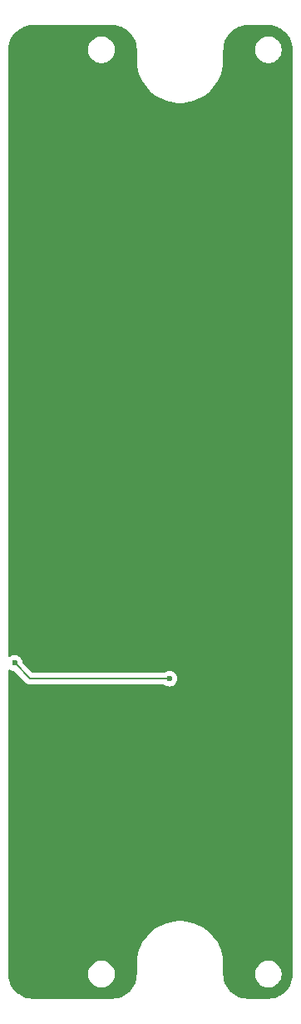
<source format=gbr>
%TF.GenerationSoftware,KiCad,Pcbnew,8.0.3-8.0.3-0~ubuntu22.04.1*%
%TF.CreationDate,2024-09-23T16:20:46+03:00*%
%TF.ProjectId,PM-LED16,504d2d4c-4544-4313-962e-6b696361645f,rev?*%
%TF.SameCoordinates,Original*%
%TF.FileFunction,Copper,L2,Bot*%
%TF.FilePolarity,Positive*%
%FSLAX46Y46*%
G04 Gerber Fmt 4.6, Leading zero omitted, Abs format (unit mm)*
G04 Created by KiCad (PCBNEW 8.0.3-8.0.3-0~ubuntu22.04.1) date 2024-09-23 16:20:46*
%MOMM*%
%LPD*%
G01*
G04 APERTURE LIST*
%TA.AperFunction,ViaPad*%
%ADD10C,0.600000*%
%TD*%
%TA.AperFunction,Conductor*%
%ADD11C,0.200000*%
%TD*%
G04 APERTURE END LIST*
D10*
%TO.N,Net-(D13-Pad1)*%
X1920800Y-16960400D03*
X-13840600Y-15375300D03*
%TO.N,GND*%
X-13698000Y40942700D03*
X6985000Y-1957800D03*
X8255000Y1106900D03*
X3175000Y-11260000D03*
X-13698000Y-4825500D03*
X-13927200Y1965900D03*
X-12462800Y-24314600D03*
X-13698000Y-35281600D03*
X-13850300Y10440100D03*
X-13850300Y15520100D03*
X-13698000Y5374400D03*
X-13927200Y32445900D03*
X-13927200Y-13274100D03*
X-13899900Y20621400D03*
X7500000Y5697500D03*
X5715000Y-1970900D03*
X-13474200Y35859100D03*
X-13832200Y25686500D03*
X-13474300Y-20022100D03*
X-13698000Y-9863400D03*
X-13698000Y-30195600D03*
%TD*%
D11*
%TO.N,Net-(D13-Pad1)*%
X-12255500Y-16960400D02*
X-13840600Y-15375300D01*
X1920800Y-16960400D02*
X-12255500Y-16960400D01*
%TD*%
%TA.AperFunction,Conductor*%
%TO.N,GND*%
G36*
X-3896264Y49499274D02*
G01*
X-3606204Y49481729D01*
X-3591341Y49479924D01*
X-3309202Y49428220D01*
X-3294665Y49424637D01*
X-3020828Y49339305D01*
X-3006837Y49334000D01*
X-2745257Y49216273D01*
X-2732011Y49209320D01*
X-2486535Y49060925D01*
X-2474224Y49052427D01*
X-2248427Y48875527D01*
X-2237219Y48865597D01*
X-2034404Y48662782D01*
X-2024474Y48651574D01*
X-1906078Y48500452D01*
X-1847578Y48425783D01*
X-1839074Y48413463D01*
X-1780909Y48317247D01*
X-1690684Y48167996D01*
X-1683725Y48154737D01*
X-1566003Y47893169D01*
X-1560694Y47879168D01*
X-1475365Y47605337D01*
X-1471781Y47590799D01*
X-1420077Y47308660D01*
X-1418272Y47293795D01*
X-1400726Y47003737D01*
X-1400500Y46996250D01*
X-1400500Y46015914D01*
X-1401218Y46004912D01*
X-1400510Y45948279D01*
X-1400500Y45946730D01*
X-1400500Y45895734D01*
X-1399695Y45884537D01*
X-1397885Y45743182D01*
X-1355912Y45341682D01*
X-1355911Y45341681D01*
X-1277365Y44945724D01*
X-1162903Y44558618D01*
X-1013485Y44183606D01*
X-830375Y43823862D01*
X-830371Y43823854D01*
X-615102Y43482385D01*
X-615087Y43482364D01*
X-369471Y43162039D01*
X-95550Y42865528D01*
X-95547Y42865526D01*
X-95543Y42865521D01*
X18986Y42762341D01*
X204371Y42595326D01*
X459473Y42404735D01*
X527759Y42353718D01*
X871905Y42142727D01*
X1233919Y41964123D01*
X1233922Y41964122D01*
X1610757Y41819408D01*
X1610759Y41819408D01*
X1610763Y41819406D01*
X1999271Y41709792D01*
X2396182Y41636200D01*
X2396190Y41636200D01*
X2396192Y41636199D01*
X2798154Y41599249D01*
X2798162Y41599249D01*
X3201846Y41599249D01*
X3603807Y41636199D01*
X3603806Y41636199D01*
X3603818Y41636200D01*
X4000729Y41709792D01*
X4389237Y41819406D01*
X4766081Y41964123D01*
X5128095Y42142727D01*
X5472241Y42353718D01*
X5795629Y42595326D01*
X6095543Y42865521D01*
X6369466Y43162034D01*
X6615096Y43482377D01*
X6830373Y43823859D01*
X7013488Y44183613D01*
X7162903Y44558618D01*
X7277365Y44945726D01*
X7355912Y45341685D01*
X7397884Y45743173D01*
X7399693Y45884528D01*
X7400500Y45895729D01*
X7400500Y45946730D01*
X7400510Y45948279D01*
X7401217Y46004912D01*
X7400500Y46015914D01*
X7400500Y46996250D01*
X7400726Y47003737D01*
X7406929Y47106287D01*
X10649500Y47106287D01*
X10649500Y46893714D01*
X10682753Y46683761D01*
X10748444Y46481586D01*
X10844951Y46292180D01*
X10969890Y46120214D01*
X11120213Y45969891D01*
X11292179Y45844952D01*
X11292181Y45844951D01*
X11292184Y45844949D01*
X11481588Y45748443D01*
X11683757Y45682754D01*
X11893713Y45649500D01*
X11893714Y45649500D01*
X12106286Y45649500D01*
X12106287Y45649500D01*
X12316243Y45682754D01*
X12518412Y45748443D01*
X12707816Y45844949D01*
X12729789Y45860914D01*
X12879786Y45969891D01*
X12879788Y45969894D01*
X12879792Y45969896D01*
X13030104Y46120208D01*
X13030106Y46120212D01*
X13030109Y46120214D01*
X13155048Y46292180D01*
X13155047Y46292180D01*
X13155051Y46292184D01*
X13251557Y46481588D01*
X13317246Y46683757D01*
X13350500Y46893713D01*
X13350500Y47106287D01*
X13317246Y47316243D01*
X13251557Y47518412D01*
X13155051Y47707816D01*
X13155049Y47707819D01*
X13155048Y47707821D01*
X13030109Y47879787D01*
X12879786Y48030110D01*
X12707820Y48155049D01*
X12518414Y48251556D01*
X12518413Y48251557D01*
X12518412Y48251557D01*
X12316243Y48317246D01*
X12316241Y48317247D01*
X12316240Y48317247D01*
X12154957Y48342792D01*
X12106287Y48350500D01*
X11893713Y48350500D01*
X11845042Y48342792D01*
X11683760Y48317247D01*
X11481585Y48251556D01*
X11292179Y48155049D01*
X11120213Y48030110D01*
X10969890Y47879787D01*
X10844951Y47707821D01*
X10748444Y47518415D01*
X10682753Y47316240D01*
X10649500Y47106287D01*
X7406929Y47106287D01*
X7418271Y47293795D01*
X7420076Y47308660D01*
X7458260Y47517020D01*
X7471780Y47590803D01*
X7475364Y47605337D01*
X7507298Y47707816D01*
X7560696Y47879178D01*
X7565998Y47893159D01*
X7683731Y48154751D01*
X7690676Y48167984D01*
X7839080Y48413474D01*
X7847567Y48425770D01*
X8024480Y48651583D01*
X8034395Y48662774D01*
X8237226Y48865605D01*
X8248417Y48875520D01*
X8474230Y49052433D01*
X8486526Y49060920D01*
X8732016Y49209324D01*
X8745249Y49216269D01*
X9006841Y49334002D01*
X9020822Y49339304D01*
X9294668Y49424638D01*
X9309197Y49428220D01*
X9591344Y49479925D01*
X9606201Y49481729D01*
X9896264Y49499274D01*
X9903751Y49499500D01*
X9957583Y49499500D01*
X11942417Y49499500D01*
X11996249Y49499500D01*
X12003736Y49499274D01*
X12293796Y49481729D01*
X12308659Y49479924D01*
X12590798Y49428220D01*
X12605335Y49424637D01*
X12879172Y49339305D01*
X12893163Y49334000D01*
X13154743Y49216273D01*
X13167989Y49209320D01*
X13413465Y49060925D01*
X13425776Y49052427D01*
X13651573Y48875527D01*
X13662781Y48865597D01*
X13865596Y48662782D01*
X13875526Y48651574D01*
X13993922Y48500452D01*
X14052422Y48425783D01*
X14060926Y48413463D01*
X14119091Y48317247D01*
X14209316Y48167996D01*
X14216275Y48154737D01*
X14333997Y47893169D01*
X14339306Y47879168D01*
X14424635Y47605337D01*
X14428219Y47590799D01*
X14479923Y47308660D01*
X14481728Y47293795D01*
X14499274Y47003737D01*
X14499500Y46996250D01*
X14499500Y-46996249D01*
X14499274Y-47003736D01*
X14481728Y-47293794D01*
X14479923Y-47308659D01*
X14428219Y-47590798D01*
X14424635Y-47605336D01*
X14339306Y-47879167D01*
X14333997Y-47893168D01*
X14216275Y-48154736D01*
X14209316Y-48167995D01*
X14060928Y-48413459D01*
X14052422Y-48425782D01*
X13875526Y-48651573D01*
X13865596Y-48662781D01*
X13662781Y-48865596D01*
X13651573Y-48875526D01*
X13425782Y-49052422D01*
X13413459Y-49060928D01*
X13167995Y-49209316D01*
X13154736Y-49216275D01*
X12893168Y-49333997D01*
X12879167Y-49339306D01*
X12605336Y-49424635D01*
X12590798Y-49428219D01*
X12308659Y-49479923D01*
X12293794Y-49481728D01*
X12003736Y-49499274D01*
X11996249Y-49499500D01*
X9903751Y-49499500D01*
X9896264Y-49499274D01*
X9606205Y-49481728D01*
X9591340Y-49479923D01*
X9309201Y-49428219D01*
X9294663Y-49424635D01*
X9020832Y-49339306D01*
X9006831Y-49333997D01*
X8745263Y-49216275D01*
X8732004Y-49209316D01*
X8486540Y-49060928D01*
X8474217Y-49052422D01*
X8248426Y-48875526D01*
X8237218Y-48865596D01*
X8034403Y-48662781D01*
X8024473Y-48651573D01*
X7847573Y-48425776D01*
X7839075Y-48413465D01*
X7690680Y-48167989D01*
X7683727Y-48154743D01*
X7566000Y-47893163D01*
X7560693Y-47879167D01*
X7475364Y-47605336D01*
X7471780Y-47590798D01*
X7420076Y-47308659D01*
X7418271Y-47293794D01*
X7400726Y-47003736D01*
X7400500Y-46996249D01*
X7400500Y-46893713D01*
X10649500Y-46893713D01*
X10649500Y-47106286D01*
X10682753Y-47316239D01*
X10748444Y-47518414D01*
X10844951Y-47707820D01*
X10969890Y-47879786D01*
X11120213Y-48030109D01*
X11292179Y-48155048D01*
X11292181Y-48155049D01*
X11292184Y-48155051D01*
X11481588Y-48251557D01*
X11683757Y-48317246D01*
X11893713Y-48350500D01*
X11893714Y-48350500D01*
X12106286Y-48350500D01*
X12106287Y-48350500D01*
X12316243Y-48317246D01*
X12518412Y-48251557D01*
X12707816Y-48155051D01*
X12729789Y-48139086D01*
X12879786Y-48030109D01*
X12879788Y-48030106D01*
X12879792Y-48030104D01*
X13030104Y-47879792D01*
X13030106Y-47879788D01*
X13030109Y-47879786D01*
X13155048Y-47707820D01*
X13155047Y-47707820D01*
X13155051Y-47707816D01*
X13251557Y-47518412D01*
X13317246Y-47316243D01*
X13350500Y-47106287D01*
X13350500Y-46893713D01*
X13317246Y-46683757D01*
X13251557Y-46481588D01*
X13155051Y-46292184D01*
X13155049Y-46292181D01*
X13155048Y-46292179D01*
X13030109Y-46120213D01*
X12879786Y-45969890D01*
X12707820Y-45844951D01*
X12518414Y-45748444D01*
X12518413Y-45748443D01*
X12518412Y-45748443D01*
X12316243Y-45682754D01*
X12316241Y-45682753D01*
X12316240Y-45682753D01*
X12154957Y-45657208D01*
X12106287Y-45649500D01*
X11893713Y-45649500D01*
X11845042Y-45657208D01*
X11683760Y-45682753D01*
X11481585Y-45748444D01*
X11292179Y-45844951D01*
X11120213Y-45969890D01*
X10969890Y-46120213D01*
X10844951Y-46292179D01*
X10748444Y-46481585D01*
X10682753Y-46683760D01*
X10649500Y-46893713D01*
X7400500Y-46893713D01*
X7400500Y-46015913D01*
X7401217Y-46004913D01*
X7400510Y-45948277D01*
X7400500Y-45946728D01*
X7400500Y-45895726D01*
X7399693Y-45884527D01*
X7399186Y-45844951D01*
X7397884Y-45743173D01*
X7355912Y-45341685D01*
X7277365Y-44945726D01*
X7162903Y-44558618D01*
X7013488Y-44183613D01*
X6830373Y-43823859D01*
X6830370Y-43823853D01*
X6615101Y-43482384D01*
X6615086Y-43482363D01*
X6369470Y-43162038D01*
X6095549Y-42865527D01*
X6095546Y-42865524D01*
X6095543Y-42865521D01*
X5795629Y-42595326D01*
X5685828Y-42513292D01*
X5472243Y-42353719D01*
X5379498Y-42296858D01*
X5128095Y-42142727D01*
X4766081Y-41964123D01*
X4766077Y-41964121D01*
X4389242Y-41819407D01*
X4000732Y-41709792D01*
X3603820Y-41636200D01*
X3603807Y-41636198D01*
X3201846Y-41599249D01*
X3201838Y-41599249D01*
X2798162Y-41599249D01*
X2798154Y-41599249D01*
X2396192Y-41636198D01*
X2396179Y-41636200D01*
X1999269Y-41709792D01*
X1999266Y-41709792D01*
X1610757Y-41819407D01*
X1233922Y-41964121D01*
X871905Y-42142727D01*
X527756Y-42353719D01*
X204371Y-42595325D01*
X-95550Y-42865527D01*
X-369471Y-43162038D01*
X-615087Y-43482363D01*
X-615102Y-43482384D01*
X-830371Y-43823853D01*
X-830375Y-43823861D01*
X-1013485Y-44183605D01*
X-1162903Y-44558617D01*
X-1277365Y-44945723D01*
X-1355911Y-45341680D01*
X-1355912Y-45341681D01*
X-1397885Y-45743181D01*
X-1399695Y-45884539D01*
X-1400500Y-45895732D01*
X-1400500Y-45946728D01*
X-1400510Y-45948277D01*
X-1401218Y-46004913D01*
X-1400500Y-46015913D01*
X-1400500Y-46996249D01*
X-1400726Y-47003736D01*
X-1418272Y-47293794D01*
X-1420077Y-47308659D01*
X-1471781Y-47590798D01*
X-1475365Y-47605336D01*
X-1560694Y-47879167D01*
X-1566003Y-47893168D01*
X-1683725Y-48154736D01*
X-1690684Y-48167995D01*
X-1839072Y-48413459D01*
X-1847578Y-48425782D01*
X-2024474Y-48651573D01*
X-2034404Y-48662781D01*
X-2237219Y-48865596D01*
X-2248427Y-48875526D01*
X-2474218Y-49052422D01*
X-2486541Y-49060928D01*
X-2732005Y-49209316D01*
X-2745264Y-49216275D01*
X-3006832Y-49333997D01*
X-3020833Y-49339306D01*
X-3294664Y-49424635D01*
X-3309202Y-49428219D01*
X-3591341Y-49479923D01*
X-3606206Y-49481728D01*
X-3896264Y-49499274D01*
X-3903751Y-49499500D01*
X-11996249Y-49499500D01*
X-12003736Y-49499274D01*
X-12293795Y-49481728D01*
X-12308660Y-49479923D01*
X-12590799Y-49428219D01*
X-12605337Y-49424635D01*
X-12879168Y-49339306D01*
X-12893169Y-49333997D01*
X-13154737Y-49216275D01*
X-13167996Y-49209316D01*
X-13413460Y-49060928D01*
X-13425783Y-49052422D01*
X-13651574Y-48875526D01*
X-13662782Y-48865596D01*
X-13865597Y-48662781D01*
X-13875527Y-48651573D01*
X-14052427Y-48425776D01*
X-14060925Y-48413465D01*
X-14209320Y-48167989D01*
X-14216273Y-48154743D01*
X-14334000Y-47893163D01*
X-14339307Y-47879167D01*
X-14424636Y-47605336D01*
X-14428220Y-47590798D01*
X-14479924Y-47308659D01*
X-14481729Y-47293794D01*
X-14499274Y-47003736D01*
X-14499500Y-46996249D01*
X-14499500Y-46893713D01*
X-6350500Y-46893713D01*
X-6350500Y-47106286D01*
X-6317247Y-47316239D01*
X-6251556Y-47518414D01*
X-6155049Y-47707820D01*
X-6030110Y-47879786D01*
X-5879787Y-48030109D01*
X-5707821Y-48155048D01*
X-5707819Y-48155049D01*
X-5707816Y-48155051D01*
X-5518412Y-48251557D01*
X-5316243Y-48317246D01*
X-5106287Y-48350500D01*
X-5106286Y-48350500D01*
X-4893714Y-48350500D01*
X-4893713Y-48350500D01*
X-4683757Y-48317246D01*
X-4481588Y-48251557D01*
X-4292184Y-48155051D01*
X-4270211Y-48139086D01*
X-4120214Y-48030109D01*
X-4120212Y-48030106D01*
X-4120208Y-48030104D01*
X-3969896Y-47879792D01*
X-3969894Y-47879788D01*
X-3969891Y-47879786D01*
X-3844952Y-47707820D01*
X-3844953Y-47707820D01*
X-3844949Y-47707816D01*
X-3748443Y-47518412D01*
X-3682754Y-47316243D01*
X-3649500Y-47106287D01*
X-3649500Y-46893713D01*
X-3682754Y-46683757D01*
X-3748443Y-46481588D01*
X-3844949Y-46292184D01*
X-3844951Y-46292181D01*
X-3844952Y-46292179D01*
X-3969891Y-46120213D01*
X-4120214Y-45969890D01*
X-4292180Y-45844951D01*
X-4481586Y-45748444D01*
X-4481587Y-45748443D01*
X-4481588Y-45748443D01*
X-4683757Y-45682754D01*
X-4683759Y-45682753D01*
X-4683760Y-45682753D01*
X-4845043Y-45657208D01*
X-4893713Y-45649500D01*
X-5106287Y-45649500D01*
X-5154958Y-45657208D01*
X-5316240Y-45682753D01*
X-5518415Y-45748444D01*
X-5707821Y-45844951D01*
X-5879787Y-45969890D01*
X-6030110Y-46120213D01*
X-6155049Y-46292179D01*
X-6251556Y-46481585D01*
X-6317247Y-46683760D01*
X-6350500Y-46893713D01*
X-14499500Y-46893713D01*
X-14499500Y-16131055D01*
X-14479815Y-16064016D01*
X-14427011Y-16018261D01*
X-14357853Y-16008317D01*
X-14309529Y-16026060D01*
X-14190122Y-16101089D01*
X-14019855Y-16160668D01*
X-13932931Y-16170461D01*
X-13868520Y-16197526D01*
X-13859135Y-16206000D01*
X-12740361Y-17324774D01*
X-12740351Y-17324785D01*
X-12736021Y-17329115D01*
X-12736020Y-17329116D01*
X-12624216Y-17440920D01*
X-12537405Y-17491039D01*
X-12537403Y-17491041D01*
X-12499349Y-17513011D01*
X-12487285Y-17519977D01*
X-12334557Y-17560901D01*
X-12334554Y-17560901D01*
X-12168847Y-17560901D01*
X-12168831Y-17560900D01*
X1338388Y-17560900D01*
X1405427Y-17580585D01*
X1415703Y-17587955D01*
X1418536Y-17590214D01*
X1418538Y-17590216D01*
X1571278Y-17686189D01*
X1741545Y-17745768D01*
X1741550Y-17745769D01*
X1920796Y-17765965D01*
X1920800Y-17765965D01*
X1920804Y-17765965D01*
X2100049Y-17745769D01*
X2100052Y-17745768D01*
X2100055Y-17745768D01*
X2270322Y-17686189D01*
X2423062Y-17590216D01*
X2550616Y-17462662D01*
X2646589Y-17309922D01*
X2706168Y-17139655D01*
X2726365Y-16960400D01*
X2706168Y-16781145D01*
X2646589Y-16610878D01*
X2550616Y-16458138D01*
X2423062Y-16330584D01*
X2411917Y-16323581D01*
X2270323Y-16234611D01*
X2100054Y-16175031D01*
X2100049Y-16175030D01*
X1920804Y-16154835D01*
X1920796Y-16154835D01*
X1741550Y-16175030D01*
X1741545Y-16175031D01*
X1571276Y-16234611D01*
X1418536Y-16330585D01*
X1415703Y-16332845D01*
X1413524Y-16333734D01*
X1412642Y-16334289D01*
X1412544Y-16334134D01*
X1351017Y-16359255D01*
X1338388Y-16359900D01*
X-11955403Y-16359900D01*
X-12022442Y-16340215D01*
X-12043084Y-16323581D01*
X-13009900Y-15356765D01*
X-13043385Y-15295442D01*
X-13045437Y-15282986D01*
X-13055232Y-15196045D01*
X-13114811Y-15025778D01*
X-13210784Y-14873038D01*
X-13338338Y-14745484D01*
X-13373850Y-14723170D01*
X-13491077Y-14649511D01*
X-13661346Y-14589931D01*
X-13661351Y-14589930D01*
X-13840596Y-14569735D01*
X-13840604Y-14569735D01*
X-14019850Y-14589930D01*
X-14019855Y-14589931D01*
X-14190124Y-14649511D01*
X-14309528Y-14724538D01*
X-14376765Y-14743538D01*
X-14443600Y-14723170D01*
X-14488814Y-14669902D01*
X-14499500Y-14619544D01*
X-14499500Y46996250D01*
X-14499274Y47003737D01*
X-14493071Y47106287D01*
X-6350500Y47106287D01*
X-6350500Y46893714D01*
X-6317247Y46683761D01*
X-6251556Y46481586D01*
X-6155049Y46292180D01*
X-6030110Y46120214D01*
X-5879787Y45969891D01*
X-5707821Y45844952D01*
X-5707819Y45844951D01*
X-5707816Y45844949D01*
X-5518412Y45748443D01*
X-5316243Y45682754D01*
X-5106287Y45649500D01*
X-5106286Y45649500D01*
X-4893714Y45649500D01*
X-4893713Y45649500D01*
X-4683757Y45682754D01*
X-4481588Y45748443D01*
X-4292184Y45844949D01*
X-4270211Y45860914D01*
X-4120214Y45969891D01*
X-4120212Y45969894D01*
X-4120208Y45969896D01*
X-3969896Y46120208D01*
X-3969894Y46120212D01*
X-3969891Y46120214D01*
X-3844952Y46292180D01*
X-3844953Y46292180D01*
X-3844949Y46292184D01*
X-3748443Y46481588D01*
X-3682754Y46683757D01*
X-3649500Y46893713D01*
X-3649500Y47106287D01*
X-3682754Y47316243D01*
X-3748443Y47518412D01*
X-3844949Y47707816D01*
X-3844951Y47707819D01*
X-3844952Y47707821D01*
X-3969891Y47879787D01*
X-4120214Y48030110D01*
X-4292180Y48155049D01*
X-4481586Y48251556D01*
X-4481587Y48251557D01*
X-4481588Y48251557D01*
X-4683757Y48317246D01*
X-4683759Y48317247D01*
X-4683760Y48317247D01*
X-4845043Y48342792D01*
X-4893713Y48350500D01*
X-5106287Y48350500D01*
X-5154958Y48342792D01*
X-5316240Y48317247D01*
X-5518415Y48251556D01*
X-5707821Y48155049D01*
X-5879787Y48030110D01*
X-6030110Y47879787D01*
X-6155049Y47707821D01*
X-6251556Y47518415D01*
X-6317247Y47316240D01*
X-6350500Y47106287D01*
X-14493071Y47106287D01*
X-14481729Y47293795D01*
X-14479924Y47308660D01*
X-14441740Y47517020D01*
X-14428220Y47590803D01*
X-14424636Y47605337D01*
X-14392702Y47707816D01*
X-14339304Y47879178D01*
X-14334002Y47893159D01*
X-14216269Y48154751D01*
X-14209324Y48167984D01*
X-14060920Y48413474D01*
X-14052433Y48425770D01*
X-13875520Y48651583D01*
X-13865605Y48662774D01*
X-13662774Y48865605D01*
X-13651583Y48875520D01*
X-13425770Y49052433D01*
X-13413474Y49060920D01*
X-13167984Y49209324D01*
X-13154751Y49216269D01*
X-12893159Y49334002D01*
X-12879178Y49339304D01*
X-12605332Y49424638D01*
X-12590803Y49428220D01*
X-12308656Y49479925D01*
X-12293799Y49481729D01*
X-12003736Y49499274D01*
X-11996249Y49499500D01*
X-11942417Y49499500D01*
X-3957583Y49499500D01*
X-3903751Y49499500D01*
X-3896264Y49499274D01*
G37*
%TD.AperFunction*%
%TD*%
M02*

</source>
